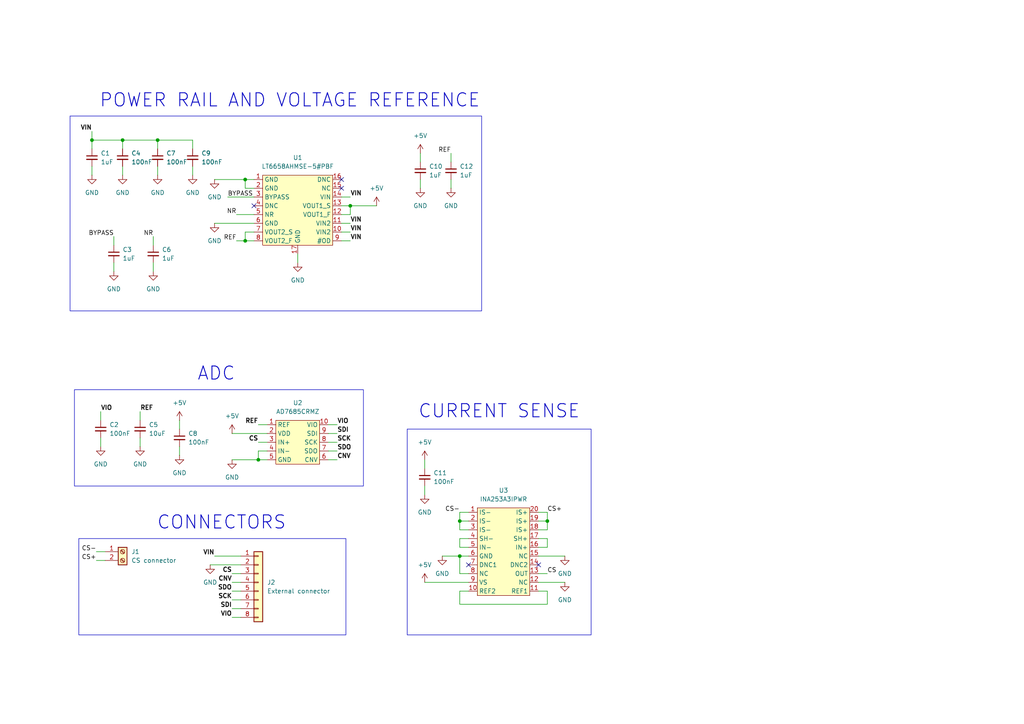
<source format=kicad_sch>
(kicad_sch (version 20231120) (generator "eeschema") (generator_version "8.0")
  (paper "A4")
  (lib_symbols
    (symbol "0_servo:AD7685CRMZ"
      (property "Reference" "U" (at -0.254 11.684 0))
      (property "Value" "AD7685CRMZ" (at 0 8.89 0))
      (symbol "AD7685CRMZ_1_1"
        (rectangle (start -6.35 6.35) (end 6.35 -6.35) (fill (type background)))
        (pin input line (at -8.89 5.08 0) (length 2.54) (name "REF") (number "1"))
        (pin power_in line (at 8.89 5.08 180) (length 2.54) (name "VIO") (number "10"))
        (pin power_in line (at -8.89 2.54 0) (length 2.54) (name "VDD") (number "2"))
        (pin input line (at -8.89 0 0) (length 2.54) (name "IN+") (number "3"))
        (pin input line (at -8.89 -2.54 0) (length 2.54) (name "IN-") (number "4"))
        (pin power_in line (at -8.89 -5.08 0) (length 2.54) (name "GND") (number "5"))
        (pin input line (at 8.89 -5.08 180) (length 2.54) (name "CNV") (number "6"))
        (pin output line (at 8.89 -2.54 180) (length 2.54) (name "SDO") (number "7"))
        (pin input line (at 8.89 0 180) (length 2.54) (name "SCK") (number "8"))
        (pin input line (at 8.89 2.54 180) (length 2.54) (name "SDI") (number "9"))
      )
    )
    (symbol "0_servo:INA253A3IPWR"
      (property "Reference" "U" (at 0 17.78 0))
      (property "Value" "INA253A3IPWR" (at 0 14.986 0))
      (symbol "INA253A3IPWR_1_1"
        (rectangle (start -7.62 12.7) (end 7.62 -12.7) (fill (type background)))
        (pin input line (at -10.16 11.43 0) (length 2.54) (name "IS-") (number "1"))
        (pin input line (at -10.16 -11.43 0) (length 2.54) (name "REF2") (number "10"))
        (pin input line (at 10.16 -11.43 180) (length 2.54) (name "REF1") (number "11"))
        (pin input line (at 10.16 -8.89 180) (length 2.54) (name "NC") (number "12"))
        (pin output line (at 10.16 -6.35 180) (length 2.54) (name "OUT") (number "13"))
        (pin input line (at 10.16 -3.81 180) (length 2.54) (name "DNC2") (number "14"))
        (pin input line (at 10.16 -1.27 180) (length 2.54) (name "NC") (number "15"))
        (pin input line (at 10.16 1.27 180) (length 2.54) (name "IN+") (number "16"))
        (pin output line (at 10.16 3.81 180) (length 2.54) (name "SH+") (number "17"))
        (pin input line (at 10.16 6.35 180) (length 2.54) (name "IS+") (number "18"))
        (pin input line (at 10.16 8.89 180) (length 2.54) (name "IS+") (number "19"))
        (pin input line (at -10.16 8.89 0) (length 2.54) (name "IS-") (number "2"))
        (pin input line (at 10.16 11.43 180) (length 2.54) (name "IS+") (number "20"))
        (pin input line (at -10.16 6.35 0) (length 2.54) (name "IS-") (number "3"))
        (pin output line (at -10.16 3.81 0) (length 2.54) (name "SH-") (number "4"))
        (pin input line (at -10.16 1.27 0) (length 2.54) (name "IN-") (number "5"))
        (pin power_in line (at -10.16 -1.27 0) (length 2.54) (name "GND") (number "6"))
        (pin input line (at -10.16 -3.81 0) (length 2.54) (name "DNC1") (number "7"))
        (pin input line (at -10.16 -6.35 0) (length 2.54) (name "NC") (number "8"))
        (pin power_in line (at -10.16 -8.89 0) (length 2.54) (name "VS") (number "9"))
      )
    )
    (symbol "0_servo:LT6658AHMSE-5#PBF"
      (property "Reference" "U" (at 0 17.526 0))
      (property "Value" "LT6658AHMSE-5#PBF" (at 0 15.24 0))
      (symbol "LT6658AHMSE-5#PBF_1_1"
        (rectangle (start -10.16 10.16) (end 10.16 -10.16) (fill (type background)))
        (pin power_in line (at -12.7 8.89 0) (length 2.54) (name "GND") (number "1"))
        (pin power_in line (at 12.7 -6.35 180) (length 2.54) (name "VIN2") (number "10"))
        (pin power_in line (at 12.7 -3.81 180) (length 2.54) (name "VIN2") (number "11"))
        (pin power_in line (at 12.7 -1.27 180) (length 2.54) (name "VOUT1_F") (number "12"))
        (pin power_in line (at 12.7 1.27 180) (length 2.54) (name "VOUT1_S") (number "13"))
        (pin power_in line (at 12.7 3.81 180) (length 2.54) (name "VIN") (number "14"))
        (pin input line (at 12.7 6.35 180) (length 2.54) (name "NC") (number "15"))
        (pin input line (at 12.7 8.89 180) (length 2.54) (name "DNC") (number "16"))
        (pin power_in line (at 0 -12.7 90) (length 2.54) (name "GND") (number "17"))
        (pin power_in line (at -12.7 6.35 0) (length 2.54) (name "GND") (number "2"))
        (pin input line (at -12.7 3.81 0) (length 2.54) (name "BYPASS") (number "3"))
        (pin input line (at -12.7 1.27 0) (length 2.54) (name "DNC") (number "4"))
        (pin input line (at -12.7 -1.27 0) (length 2.54) (name "NR") (number "5"))
        (pin power_in line (at -12.7 -3.81 0) (length 2.54) (name "GND") (number "6"))
        (pin power_in line (at -12.7 -6.35 0) (length 2.54) (name "VOUT2_S") (number "7"))
        (pin power_in line (at -12.7 -8.89 0) (length 2.54) (name "VOUT2_F") (number "8"))
        (pin input line (at 12.7 -8.89 180) (length 2.54) (name "#OD") (number "9"))
      )
    )
    (symbol "Connector:Screw_Terminal_01x02" (pin_names (offset 1.016) hide)
      (property "Reference" "J" (at 0 2.54 0))
      (property "Value" "Screw_Terminal_01x02" (at 0 -5.08 0))
      (symbol "Screw_Terminal_01x02_1_1"
        (rectangle (start -1.27 1.27) (end 1.27 -3.81) (stroke (width 0.254)) (fill (type background)))
        (circle (center 0 -2.54) (radius 0.635) (stroke (width 0.1524)))
        (polyline (pts (xy -0.5334 -2.2098) (xy 0.3302 -3.048)) (stroke (width 0.1524)))
        (polyline (pts (xy -0.5334 0.3302) (xy 0.3302 -0.508)) (stroke (width 0.1524)))
        (polyline (pts (xy -0.3556 -2.032) (xy 0.508 -2.8702)) (stroke (width 0.1524)))
        (polyline (pts (xy -0.3556 0.508) (xy 0.508 -0.3302)) (stroke (width 0.1524)))
        (circle (center 0 0) (radius 0.635) (stroke (width 0.1524)))
        (pin passive line (at -5.08 0 0) (length 3.81) (name "Pin_1") (number "1"))
        (pin passive line (at -5.08 -2.54 0) (length 3.81) (name "Pin_2") (number "2"))
      )
    )
    (symbol "Connector_Generic:Conn_01x08" (pin_names (offset 1.016) hide)
      (property "Reference" "J" (at 0 10.16 0))
      (property "Value" "Conn_01x08" (at 0 -12.7 0))
      (symbol "Conn_01x08_1_1"
        (rectangle (start -1.27 -10.033) (end 0 -10.287) (stroke (width 0.1524)))
        (rectangle (start -1.27 -7.493) (end 0 -7.747) (stroke (width 0.1524)))
        (rectangle (start -1.27 -4.953) (end 0 -5.207) (stroke (width 0.1524)))
        (rectangle (start -1.27 -2.413) (end 0 -2.667) (stroke (width 0.1524)))
        (rectangle (start -1.27 0.127) (end 0 -0.127) (stroke (width 0.1524)))
        (rectangle (start -1.27 2.667) (end 0 2.413) (stroke (width 0.1524)))
        (rectangle (start -1.27 5.207) (end 0 4.953) (stroke (width 0.1524)))
        (rectangle (start -1.27 7.747) (end 0 7.493) (stroke (width 0.1524)))
        (rectangle (start -1.27 8.89) (end 1.27 -11.43) (stroke (width 0.254)) (fill (type background)))
        (pin passive line (at -5.08 7.62 0) (length 3.81) (name "Pin_1") (number "1"))
        (pin passive line (at -5.08 5.08 0) (length 3.81) (name "Pin_2") (number "2"))
        (pin passive line (at -5.08 2.54 0) (length 3.81) (name "Pin_3") (number "3"))
        (pin passive line (at -5.08 0 0) (length 3.81) (name "Pin_4") (number "4"))
        (pin passive line (at -5.08 -2.54 0) (length 3.81) (name "Pin_5") (number "5"))
        (pin passive line (at -5.08 -5.08 0) (length 3.81) (name "Pin_6") (number "6"))
        (pin passive line (at -5.08 -7.62 0) (length 3.81) (name "Pin_7") (number "7"))
        (pin passive line (at -5.08 -10.16 0) (length 3.81) (name "Pin_8") (number "8"))
      )
    )
    (symbol "Device:C_Small" (pin_numbers hide) (pin_names (offset 0.254) hide)
      (property "Reference" "C" (at 0.254 1.778 0))
      (property "Value" "C_Small" (at 0.254 -2.032 0))
      (symbol "C_Small_0_1"
        (polyline (pts (xy -1.524 -0.508) (xy 1.524 -0.508)) (stroke (width 0.3302)))
        (polyline (pts (xy -1.524 0.508) (xy 1.524 0.508)) (stroke (width 0.3048)))
      )
      (symbol "C_Small_1_1"
        (pin passive line (at 0 2.54 270) (length 2.032) (name "~") (number "1"))
        (pin passive line (at 0 -2.54 90) (length 2.032) (name "~") (number "2"))
      )
    )
    (symbol "power:+5V" (power) (pin_numbers hide) (pin_names (offset 0) hide)
      (property "Value" "+5V" (at 0 3.556 0))
      (symbol "+5V_0_1"
        (polyline (pts (xy -0.762 1.27) (xy 0 2.54)))
        (polyline (pts (xy 0 0) (xy 0 2.54)))
        (polyline (pts (xy 0 2.54) (xy 0.762 1.27)))
      )
      (symbol "+5V_1_1"
        (pin power_in line (at 0 0 90) (length 0) (name "~") (number "1"))
      )
    )
    (symbol "power:GND" (power) (pin_numbers hide) (pin_names (offset 0) hide)
      (property "Value" "GND" (at 0 -3.81 0))
      (symbol "GND_0_1"
        (polyline (pts (xy 0 0) (xy 0 -1.27) (xy 1.27 -1.27) (xy 0 -2.54) (xy -1.27 -1.27) (xy 0 -1.27)))
      )
      (symbol "GND_1_1"
        (pin power_in line (at 0 0 270) (length 0) (name "~") (number "1"))
      )
    )
  )
  (junction (at 71.12 69.85))
  (junction (at 74.93 133.35))
  (junction (at 158.75 151.13))
  (junction (at 35.56 40.64))
  (junction (at 26.67 40.64))
  (junction (at 71.12 52.07))
  (junction (at 101.6 59.69))
  (junction (at 133.35 151.13))
  (junction (at 133.35 161.29))
  (junction (at 45.72 40.64))
  (no_connect (at 99.06 54.61))
  (no_connect (at 156.21 163.83))
  (no_connect (at 135.89 163.83))
  (no_connect (at 73.66 59.69))
  (no_connect (at 99.06 52.07))
  (wire (pts (xy 33.02 68.58) (xy 33.02 71.12)))
  (wire (pts (xy 130.81 52.07) (xy 130.81 54.61)))
  (wire (pts (xy 133.35 161.29) (xy 135.89 161.29)))
  (wire (pts (xy 74.93 130.81) (xy 74.93 133.35)))
  (wire (pts (xy 123.19 140.97) (xy 123.19 143.51)))
  (wire (pts (xy 60.96 163.83) (xy 69.85 163.83)))
  (wire (pts (xy 101.6 59.69) (xy 109.22 59.69)))
  (wire (pts (xy 40.64 127) (xy 40.64 129.54)))
  (wire (pts (xy 67.31 133.35) (xy 74.93 133.35)))
  (wire (pts (xy 133.35 158.75) (xy 135.89 158.75)))
  (wire (pts (xy 40.64 119.38) (xy 40.64 121.92)))
  (wire (pts (xy 68.58 62.23) (xy 73.66 62.23)))
  (wire (pts (xy 26.67 40.64) (xy 35.56 40.64)))
  (wire (pts (xy 121.92 44.45) (xy 121.92 46.99)))
  (wire (pts (xy 130.81 44.45) (xy 130.81 46.99)))
  (wire (pts (xy 67.31 171.45) (xy 69.85 171.45)))
  (wire (pts (xy 71.12 69.85) (xy 73.66 69.85)))
  (wire (pts (xy 35.56 40.64) (xy 45.72 40.64)))
  (wire (pts (xy 133.35 153.67) (xy 133.35 151.13)))
  (wire (pts (xy 95.25 130.81) (xy 97.79 130.81)))
  (wire (pts (xy 95.25 125.73) (xy 97.79 125.73)))
  (wire (pts (xy 99.06 67.31) (xy 101.6 67.31)))
  (wire (pts (xy 74.93 133.35) (xy 77.47 133.35)))
  (wire (pts (xy 99.06 69.85) (xy 101.6 69.85)))
  (wire (pts (xy 133.35 171.45) (xy 133.35 175.26)))
  (wire (pts (xy 156.21 153.67) (xy 158.75 153.67)))
  (wire (pts (xy 133.35 148.59) (xy 133.35 151.13)))
  (wire (pts (xy 73.66 54.61) (xy 71.12 54.61)))
  (wire (pts (xy 74.93 123.19) (xy 77.47 123.19)))
  (wire (pts (xy 71.12 67.31) (xy 73.66 67.31)))
  (wire (pts (xy 135.89 153.67) (xy 133.35 153.67)))
  (wire (pts (xy 156.21 148.59) (xy 158.75 148.59)))
  (wire (pts (xy 45.72 48.26) (xy 45.72 50.8)))
  (wire (pts (xy 44.45 68.58) (xy 44.45 71.12)))
  (wire (pts (xy 158.75 171.45) (xy 156.21 171.45)))
  (wire (pts (xy 62.23 161.29) (xy 69.85 161.29)))
  (wire (pts (xy 67.31 166.37) (xy 69.85 166.37)))
  (wire (pts (xy 156.21 168.91) (xy 163.83 168.91)))
  (wire (pts (xy 95.25 128.27) (xy 97.79 128.27)))
  (wire (pts (xy 71.12 54.61) (xy 71.12 52.07)))
  (wire (pts (xy 33.02 76.2) (xy 33.02 78.74)))
  (wire (pts (xy 158.75 151.13) (xy 158.75 148.59)))
  (wire (pts (xy 74.93 128.27) (xy 77.47 128.27)))
  (wire (pts (xy 99.06 62.23) (xy 101.6 62.23)))
  (wire (pts (xy 99.06 57.15) (xy 101.6 57.15)))
  (wire (pts (xy 128.27 161.29) (xy 133.35 161.29)))
  (wire (pts (xy 99.06 59.69) (xy 101.6 59.69)))
  (wire (pts (xy 123.19 168.91) (xy 135.89 168.91)))
  (wire (pts (xy 121.92 52.07) (xy 121.92 54.61)))
  (wire (pts (xy 67.31 125.73) (xy 77.47 125.73)))
  (wire (pts (xy 158.75 175.26) (xy 158.75 171.45)))
  (wire (pts (xy 86.36 73.66) (xy 86.36 76.2)))
  (wire (pts (xy 133.35 156.21) (xy 133.35 158.75)))
  (wire (pts (xy 133.35 166.37) (xy 133.35 161.29)))
  (wire (pts (xy 30.48 162.56) (xy 27.94 162.56)))
  (wire (pts (xy 67.31 168.91) (xy 69.85 168.91)))
  (wire (pts (xy 35.56 48.26) (xy 35.56 50.8)))
  (wire (pts (xy 95.25 123.19) (xy 97.79 123.19)))
  (wire (pts (xy 95.25 133.35) (xy 97.79 133.35)))
  (wire (pts (xy 71.12 67.31) (xy 71.12 69.85)))
  (wire (pts (xy 29.21 127) (xy 29.21 129.54)))
  (wire (pts (xy 52.07 129.54) (xy 52.07 132.08)))
  (wire (pts (xy 135.89 171.45) (xy 133.35 171.45)))
  (wire (pts (xy 26.67 48.26) (xy 26.67 50.8)))
  (wire (pts (xy 29.21 119.38) (xy 29.21 121.92)))
  (wire (pts (xy 71.12 52.07) (xy 73.66 52.07)))
  (wire (pts (xy 156.21 156.21) (xy 158.75 156.21)))
  (wire (pts (xy 62.23 64.77) (xy 73.66 64.77)))
  (wire (pts (xy 55.88 43.18) (xy 55.88 40.64)))
  (wire (pts (xy 62.23 52.07) (xy 71.12 52.07)))
  (wire (pts (xy 123.19 133.35) (xy 123.19 135.89)))
  (wire (pts (xy 26.67 38.1) (xy 26.67 40.64)))
  (wire (pts (xy 44.45 76.2) (xy 44.45 78.74)))
  (wire (pts (xy 67.31 176.53) (xy 69.85 176.53)))
  (wire (pts (xy 156.21 166.37) (xy 158.75 166.37)))
  (wire (pts (xy 67.31 173.99) (xy 69.85 173.99)))
  (wire (pts (xy 135.89 166.37) (xy 133.35 166.37)))
  (wire (pts (xy 52.07 121.92) (xy 52.07 124.46)))
  (wire (pts (xy 156.21 158.75) (xy 158.75 158.75)))
  (wire (pts (xy 68.58 69.85) (xy 71.12 69.85)))
  (wire (pts (xy 45.72 40.64) (xy 45.72 43.18)))
  (wire (pts (xy 35.56 43.18) (xy 35.56 40.64)))
  (wire (pts (xy 158.75 153.67) (xy 158.75 151.13)))
  (wire (pts (xy 27.94 160.02) (xy 30.48 160.02)))
  (wire (pts (xy 158.75 156.21) (xy 158.75 158.75)))
  (wire (pts (xy 156.21 161.29) (xy 163.83 161.29)))
  (wire (pts (xy 156.21 151.13) (xy 158.75 151.13)))
  (wire (pts (xy 26.67 40.64) (xy 26.67 43.18)))
  (wire (pts (xy 99.06 64.77) (xy 101.6 64.77)))
  (wire (pts (xy 101.6 62.23) (xy 101.6 59.69)))
  (wire (pts (xy 135.89 156.21) (xy 133.35 156.21)))
  (wire (pts (xy 66.04 57.15) (xy 73.66 57.15)))
  (wire (pts (xy 133.35 175.26) (xy 158.75 175.26)))
  (wire (pts (xy 133.35 151.13) (xy 135.89 151.13)))
  (wire (pts (xy 67.31 179.07) (xy 69.85 179.07)))
  (wire (pts (xy 77.47 130.81) (xy 74.93 130.81)))
  (wire (pts (xy 133.35 148.59) (xy 135.89 148.59)))
  (wire (pts (xy 55.88 48.26) (xy 55.88 50.8)))
  (wire (pts (xy 45.72 40.64) (xy 55.88 40.64)))
  (rectangle (start 118.11 124.46) (end 171.45 184.15))
  (rectangle (start 22.86 156.21) (end 100.33 184.15))
  (rectangle (start 21.59 113.03) (end 105.41 140.97))
  (rectangle (start 20.32 33.655) (end 139.7 90.17))
  (text "CURRENT SENSE" (at 144.78 119.38 0) (effects (font (size 3.81 3.81) (thickness 0.254) (bold yes))))
  (text "POWER RAIL AND VOLTAGE REFERENCE" (at 84.074 29.21 0) (effects (font (size 3.81 3.81) (thickness 0.254) (bold yes))))
  (text "CONNECTORS" (at 64.262 151.638 0) (effects (font (size 3.81 3.81) (thickness 0.254) (bold yes))))
  (text "ADC" (at 62.738 108.458 0) (effects (font (size 3.81 3.81) (thickness 0.254) (bold yes))))
  (label "SCK" (at 67.31 173.99 180) (effects (font (thickness 0.254) (bold yes))))
  (label "CS" (at 67.31 166.37 180) (effects (font (thickness 0.254) (bold yes))))
  (label "CS" (at 158.75 166.37 0))
  (label "VIN" (at 62.23 161.29 180) (effects (font (thickness 0.254) (bold yes))))
  (label "CNV" (at 97.79 133.35 0) (effects (font (thickness 0.254) (bold yes))))
  (label "REF" (at 68.58 69.85 180))
  (label "SDO" (at 97.79 130.81 0) (effects (font (thickness 0.254) (bold yes))))
  (label "VIO" (at 67.31 179.07 180) (effects (font (thickness 0.254) (bold yes))))
  (label "CS" (at 74.93 128.27 180) (effects (font (thickness 0.254) (bold yes))))
  (label "VIN" (at 101.6 57.15 0) (effects (font (thickness 0.254) (bold yes))))
  (label "REF" (at 74.93 123.19 180) (effects (font (thickness 0.254) (bold yes))))
  (label "NR" (at 68.58 62.23 180))
  (label "CS+" (at 158.75 148.59 0))
  (label "REF" (at 40.64 119.38 0) (effects (font (thickness 0.254) (bold yes))))
  (label "SCK" (at 97.79 128.27 0) (effects (font (thickness 0.254) (bold yes))))
  (label "VIN" (at 26.67 38.1 180) (effects (font (thickness 0.254) (bold yes))))
  (label "BYPASS" (at 33.02 68.58 180))
  (label "VIO" (at 97.79 123.19 0) (effects (font (thickness 0.254) (bold yes))))
  (label "VIN" (at 101.6 67.31 0) (effects (font (thickness 0.254) (bold yes))))
  (label "BYPASS" (at 66.04 57.15 0))
  (label "CS-" (at 133.35 148.59 180))
  (label "SDI" (at 97.79 125.73 0) (effects (font (thickness 0.254) (bold yes))))
  (label "CS-" (at 27.94 160.02 180))
  (label "CS+" (at 27.94 162.56 180))
  (label "SDI" (at 67.31 176.53 180) (effects (font (thickness 0.254) (bold yes))))
  (label "VIN" (at 101.6 69.85 0) (effects (font (thickness 0.254) (bold yes))))
  (label "SDO" (at 67.31 171.45 180) (effects (font (thickness 0.254) (bold yes))))
  (label "VIN" (at 101.6 64.77 0) (effects (font (thickness 0.254) (bold yes))))
  (label "CNV" (at 67.31 168.91 180) (effects (font (thickness 0.254) (bold yes))))
  (label "REF" (at 130.81 44.45 180))
  (label "NR" (at 44.45 68.58 180))
  (label "VIO" (at 29.21 119.38 0) (effects (font (thickness 0.254) (bold yes))))
  (symbol (lib_id "Device:C_Small") (at 26.67 45.72 0) (unit 1)
    (property "Reference" "C1" (at 29.21 44.4562 0) (effects (justify left)))
    (property "Value" "1uF" (at 29.21 46.9962 0) (effects (justify left)))
    (property "Footprint" "Capacitor_SMD:C_1206_3216Metric_Pad1.33x1.80mm_HandSolder" (effects (hide yes)))
    (property "Datasheet" "https://eu.mouser.com/datasheet/2/281/1/GCM31MR71H105JA55_01A-3146123.pdf" (effects (hide yes)))
    (property "Description" "Murata 1206 1uF 5% 50V X7R" (effects (hide yes)))
  )
  (symbol (lib_id "power:GND") (at 55.88 50.8 0) (unit 1)
    (property "Reference" "#PWR010" (effects (hide yes)))
    (property "Value" "GND" (at 55.88 55.88 0))
    (property "Description" "Power symbol creates a global label with name \"GND\" , ground" (effects (hide yes)))
  )
  (symbol (lib_id "power:GND") (at 121.92 54.61 0) (unit 1)
    (property "Reference" "#PWR019" (effects (hide yes)))
    (property "Value" "GND" (at 121.92 59.69 0))
    (property "Description" "Power symbol creates a global label with name \"GND\" , ground" (effects (hide yes)))
  )
  (symbol (lib_id "Connector:Screw_Terminal_01x02") (at 35.56 160.02 0) (unit 1)
    (property "Reference" "J1" (at 38.1 160.0199 0) (effects (justify left)))
    (property "Value" "CS connector" (at 38.1 162.5599 0) (effects (justify left)))
    (property "Footprint" "Connector_PinHeader_2.54mm:PinHeader_1x02_P2.54mm_Vertical" (effects (hide yes)))
    (property "Description" "Generic screw terminal, single row, 01x02, script generated (kicad-library-utils/schlib/autogen/connector/)" (effects (hide yes)))
  )
  (symbol (lib_id "0_servo:INA253A3IPWR") (at 146.05 160.02 0) (unit 1)
    (property "Reference" "U3" (at 146.05 142.24 0))
    (property "Value" "INA253A3IPWR" (at 146.05 144.78 0))
    (property "Footprint" "Package_SO:TSSOP-20_4.4x6.5mm_P0.65mm" (effects (hide yes)))
    (property "Datasheet" "https://www.ti.com/lit/ds/symlink/ina253.pdf?ts=1737241501672&ref_url=https%253A%252F%252Fwww.ti.com%252Fproduct%252FINA253" (effects (hide yes)))
    (property "Description" "Current sense amplifier" (effects (hide yes)))
  )
  (symbol (lib_id "power:+5V") (at 121.92 44.45 0) (unit 1)
    (property "Reference" "#PWR018" (effects (hide yes)))
    (property "Value" "+5V" (at 121.92 39.37 0))
    (property "Description" "Power symbol creates a global label with name \"+5V\"" (effects (hide yes)))
  )
  (symbol (lib_id "Device:C_Small") (at 44.45 73.66 0) (unit 1)
    (property "Reference" "C6" (at 46.99 72.3962 0) (effects (justify left)))
    (property "Value" "1uF" (at 46.99 74.9362 0) (effects (justify left)))
    (property "Footprint" "Capacitor_SMD:C_0805_2012Metric_Pad1.18x1.45mm_HandSolder" (effects (hide yes)))
    (property "Datasheet" "https://eu.mouser.com/datasheet/2/281/GJ821BR71H105KA12-01-1633769.pdf" (effects (hide yes)))
    (property "Description" "Murata 0805 1uF 10% 50V X7R" (effects (hide yes)))
  )
  (symbol (lib_id "power:GND") (at 33.02 78.74 0) (unit 1)
    (property "Reference" "#PWR03" (effects (hide yes)))
    (property "Value" "GND" (at 33.02 83.82 0))
    (property "Description" "Power symbol creates a global label with name \"GND\" , ground" (effects (hide yes)))
  )
  (symbol (lib_id "Device:C_Small") (at 45.72 45.72 0) (unit 1)
    (property "Reference" "C7" (at 48.26 44.4562 0) (effects (justify left)))
    (property "Value" "100nF" (at 48.26 46.9962 0) (effects (justify left)))
    (property "Footprint" "Capacitor_SMD:C_0805_2012Metric_Pad1.18x1.45mm_HandSolder" (effects (hide yes)))
    (property "Datasheet" "https://eu.mouser.com/datasheet/2/281/1/GRT21BR71H104KE01_01A-3158349.pdf" (effects (hide yes)))
    (property "Description" "Murata 0805 100nF 10% 50V X7R" (effects (hide yes)))
  )
  (symbol (lib_id "power:+5V") (at 109.22 59.69 0) (unit 1)
    (property "Reference" "#PWR017" (effects (hide yes)))
    (property "Value" "+5V" (at 109.22 54.61 0))
    (property "Description" "Power symbol creates a global label with name \"+5V\"" (effects (hide yes)))
  )
  (symbol (lib_id "0_servo:AD7685CRMZ") (at 86.36 128.27 0) (unit 1)
    (property "Reference" "U2" (at 86.36 116.84 0))
    (property "Value" "AD7685CRMZ" (at 86.36 119.38 0))
    (property "Footprint" "Package_SO:MSOP-10_3x3mm_P0.5mm" (effects (hide yes)))
    (property "Datasheet" "https://www.analog.com/media/en/technical-documentation/data-sheets/AD7685.pdf" (effects (hide yes)))
    (property "Description" "16 bit single channel single ended ADC" (effects (hide yes)))
  )
  (symbol (lib_id "0_servo:LT6658AHMSE-5#PBF") (at 86.36 60.96 0) (unit 1)
    (property "Reference" "U1" (at 86.36 45.72 0))
    (property "Value" "LT6658AHMSE-5#PBF" (at 86.36 48.26 0))
    (property "Footprint" "Package_SO:MSOP-16-1EP_3x4.039mm_P0.5mm_EP1.651x2.845mm" (effects (hide yes)))
    (property "Datasheet" "https://eu.mouser.com/datasheet/2/609/LT6658-1504277.pdf" (effects (hide yes)))
    (property "Description" "LDO and precision voltage refence PMIC (5V)" (effects (hide yes)))
  )
  (symbol (lib_id "power:GND") (at 163.83 168.91 0) (unit 1)
    (property "Reference" "#PWR026" (effects (hide yes)))
    (property "Value" "GND" (at 163.83 173.99 0))
    (property "Description" "Power symbol creates a global label with name \"GND\" , ground" (effects (hide yes)))
  )
  (symbol (lib_id "power:GND") (at 67.31 133.35 0) (unit 1)
    (property "Reference" "#PWR015" (effects (hide yes)))
    (property "Value" "GND" (at 67.31 138.43 0))
    (property "Description" "Power symbol creates a global label with name \"GND\" , ground" (effects (hide yes)))
  )
  (symbol (lib_id "Device:C_Small") (at 29.21 124.46 0) (unit 1)
    (property "Reference" "C2" (at 31.75 123.1962 0) (effects (justify left)))
    (property "Value" "100nF" (at 31.75 125.7362 0) (effects (justify left)))
    (property "Footprint" "Capacitor_SMD:C_0805_2012Metric_Pad1.18x1.45mm_HandSolder" (effects (hide yes)))
    (property "Datasheet" "https://eu.mouser.com/datasheet/2/281/1/GCM21BR71E104JA37_01A-3145563.pdf" (effects (hide yes)))
    (property "Description" "Murata 0805 100nF 5% 25V X7R" (effects (hide yes)))
  )
  (symbol (lib_id "power:GND") (at 60.96 163.83 0) (unit 1)
    (property "Reference" "#PWR011" (effects (hide yes)))
    (property "Value" "GND" (at 60.96 168.91 0))
    (property "Description" "Power symbol creates a global label with name \"GND\" , ground" (effects (hide yes)))
  )
  (symbol (lib_id "power:GND") (at 35.56 50.8 0) (unit 1)
    (property "Reference" "#PWR04" (effects (hide yes)))
    (property "Value" "GND" (at 35.56 55.88 0))
    (property "Description" "Power symbol creates a global label with name \"GND\" , ground" (effects (hide yes)))
  )
  (symbol (lib_id "power:GND") (at 26.67 50.8 0) (unit 1)
    (property "Reference" "#PWR01" (effects (hide yes)))
    (property "Value" "GND" (at 26.67 55.88 0))
    (property "Description" "Power symbol creates a global label with name \"GND\" , ground" (effects (hide yes)))
  )
  (symbol (lib_id "Device:C_Small") (at 55.88 45.72 0) (unit 1)
    (property "Reference" "C9" (at 58.42 44.4562 0) (effects (justify left)))
    (property "Value" "100nF" (at 58.42 46.9962 0) (effects (justify left)))
    (property "Footprint" "Capacitor_SMD:C_0805_2012Metric_Pad1.18x1.45mm_HandSolder" (effects (hide yes)))
    (property "Datasheet" "https://eu.mouser.com/datasheet/2/281/1/GRT21BR71H104KE01_01A-3158349.pdf" (effects (hide yes)))
    (property "Description" "Murata 0805 100nF 10% 50V X7R" (effects (hide yes)))
  )
  (symbol (lib_id "Device:C_Small") (at 121.92 49.53 0) (unit 1)
    (property "Reference" "C10" (at 124.46 48.2662 0) (effects (justify left)))
    (property "Value" "1uF" (at 124.46 50.8062 0) (effects (justify left)))
    (property "Footprint" "Capacitor_SMD:C_0805_2012Metric_Pad1.18x1.45mm_HandSolder" (effects (hide yes)))
    (property "Datasheet" "https://eu.mouser.com/datasheet/2/281/GJ821BR71H105KA12-01-1633769.pdf" (effects (hide yes)))
    (property "Description" "Murata 0805 1uF 10% 50V X7R" (effects (hide yes)))
  )
  (symbol (lib_id "power:GND") (at 29.21 129.54 0) (unit 1)
    (property "Reference" "#PWR02" (effects (hide yes)))
    (property "Value" "GND" (at 29.21 134.62 0))
    (property "Description" "Power symbol creates a global label with name \"GND\" , ground" (effects (hide yes)))
  )
  (symbol (lib_id "power:GND") (at 52.07 132.08 0) (unit 1)
    (property "Reference" "#PWR09" (effects (hide yes)))
    (property "Value" "GND" (at 52.07 137.16 0))
    (property "Description" "Power symbol creates a global label with name \"GND\" , ground" (effects (hide yes)))
  )
  (symbol (lib_id "power:+5V") (at 52.07 121.92 0) (unit 1)
    (property "Reference" "#PWR08" (effects (hide yes)))
    (property "Value" "+5V" (at 52.07 116.84 0))
    (property "Description" "Power symbol creates a global label with name \"+5V\"" (effects (hide yes)))
  )
  (symbol (lib_id "power:+5V") (at 123.19 133.35 0) (unit 1)
    (property "Reference" "#PWR020" (effects (hide yes)))
    (property "Value" "+5V" (at 123.19 128.27 0))
    (property "Description" "Power symbol creates a global label with name \"+5V\"" (effects (hide yes)))
  )
  (symbol (lib_id "Device:C_Small") (at 123.19 138.43 0) (unit 1)
    (property "Reference" "C11" (at 125.73 137.1662 0) (effects (justify left)))
    (property "Value" "100nF" (at 125.73 139.7062 0) (effects (justify left)))
    (property "Footprint" "Capacitor_SMD:C_0805_2012Metric_Pad1.18x1.45mm_HandSolder" (effects (hide yes)))
    (property "Datasheet" "https://eu.mouser.com/datasheet/2/281/1/GCM21BR71E104JA37_01A-3145563.pdf" (effects (hide yes)))
    (property "Description" "Murata 0805 100nF 5% 25V X7R" (effects (hide yes)))
  )
  (symbol (lib_id "power:GND") (at 44.45 78.74 0) (unit 1)
    (property "Reference" "#PWR06" (effects (hide yes)))
    (property "Value" "GND" (at 44.45 83.82 0))
    (property "Description" "Power symbol creates a global label with name \"GND\" , ground" (effects (hide yes)))
  )
  (symbol (lib_id "Device:C_Small") (at 40.64 124.46 0) (unit 1)
    (property "Reference" "C5" (at 43.18 123.1962 0) (effects (justify left)))
    (property "Value" "10uF" (at 43.18 125.7362 0) (effects (justify left)))
    (property "Footprint" "Capacitor_SMD:C_0805_2012Metric_Pad1.18x1.45mm_HandSolder" (effects (hide yes)))
    (property "Datasheet" "https://eu.mouser.com/datasheet/2/281/1/GRT21BR61E106KE13_01A-3158560.pdf" (effects (hide yes)))
    (property "Description" "Murata 0805 10uF 10% 25V X5R" (effects (hide yes)))
  )
  (symbol (lib_id "power:GND") (at 130.81 54.61 0) (unit 1)
    (property "Reference" "#PWR024" (effects (hide yes)))
    (property "Value" "GND" (at 130.81 59.69 0))
    (property "Description" "Power symbol creates a global label with name \"GND\" , ground" (effects (hide yes)))
  )
  (symbol (lib_id "power:GND") (at 123.19 143.51 0) (unit 1)
    (property "Reference" "#PWR021" (effects (hide yes)))
    (property "Value" "GND" (at 123.19 148.59 0))
    (property "Description" "Power symbol creates a global label with name \"GND\" , ground" (effects (hide yes)))
  )
  (symbol (lib_id "Connector_Generic:Conn_01x08") (at 74.93 168.91 0) (unit 1)
    (property "Reference" "J2" (at 77.47 168.9099 0) (effects (justify left)))
    (property "Value" "External connector" (at 77.47 171.4499 0) (effects (justify left)))
    (property "Footprint" "Connector_PinHeader_2.54mm:PinHeader_1x08_P2.54mm_Vertical" (effects (hide yes)))
    (property "Description" "Generic connector, single row, 01x08, script generated (kicad-library-utils/schlib/autogen/connector/)" (effects (hide yes)))
  )
  (symbol (lib_id "power:GND") (at 128.27 161.29 0) (unit 1)
    (property "Reference" "#PWR023" (effects (hide yes)))
    (property "Value" "GND" (at 128.27 166.37 0))
    (property "Description" "Power symbol creates a global label with name \"GND\" , ground" (effects (hide yes)))
  )
  (symbol (lib_id "power:GND") (at 62.23 64.77 0) (unit 1)
    (property "Reference" "#PWR013" (effects (hide yes)))
    (property "Value" "GND" (at 62.23 69.85 0))
    (property "Description" "Power symbol creates a global label with name \"GND\" , ground" (effects (hide yes)))
  )
  (symbol (lib_id "power:GND") (at 163.83 161.29 0) (unit 1)
    (property "Reference" "#PWR025" (effects (hide yes)))
    (property "Value" "GND" (at 163.83 166.37 0))
    (property "Description" "Power symbol creates a global label with name \"GND\" , ground" (effects (hide yes)))
  )
  (symbol (lib_id "Device:C_Small") (at 52.07 127 0) (unit 1)
    (property "Reference" "C8" (at 54.61 125.7362 0) (effects (justify left)))
    (property "Value" "100nF" (at 54.61 128.2762 0) (effects (justify left)))
    (property "Footprint" "Capacitor_SMD:C_0805_2012Metric_Pad1.18x1.45mm_HandSolder" (effects (hide yes)))
    (property "Datasheet" "https://eu.mouser.com/datasheet/2/281/1/GCM21BR71E104JA37_01A-3145563.pdf" (effects (hide yes)))
    (property "Description" "Murata 0805 100nF 5% 25V X7R" (effects (hide yes)))
  )
  (symbol (lib_id "Device:C_Small") (at 35.56 45.72 0) (unit 1)
    (property "Reference" "C4" (at 38.1 44.4562 0) (effects (justify left)))
    (property "Value" "100nF" (at 38.1 46.9962 0) (effects (justify left)))
    (property "Footprint" "Capacitor_SMD:C_0805_2012Metric_Pad1.18x1.45mm_HandSolder" (effects (hide yes)))
    (property "Datasheet" "https://eu.mouser.com/datasheet/2/281/1/GRT21BR71H104KE01_01A-3158349.pdf" (effects (hide yes)))
    (property "Description" "Murata 0805 100nF 10% 50V X7R" (effects (hide yes)))
  )
  (symbol (lib_id "power:+5V") (at 123.19 168.91 0) (unit 1)
    (property "Reference" "#PWR022" (effects (hide yes)))
    (property "Value" "+5V" (at 123.19 163.83 0))
    (property "Description" "Power symbol creates a global label with name \"+5V\"" (effects (hide yes)))
  )
  (symbol (lib_id "power:GND") (at 62.23 52.07 0) (unit 1)
    (property "Reference" "#PWR012" (effects (hide yes)))
    (property "Value" "GND" (at 62.23 57.15 0))
    (property "Description" "Power symbol creates a global label with name \"GND\" , ground" (effects (hide yes)))
  )
  (symbol (lib_id "power:GND") (at 40.64 129.54 0) (unit 1)
    (property "Reference" "#PWR05" (effects (hide yes)))
    (property "Value" "GND" (at 40.64 134.62 0))
    (property "Description" "Power symbol creates a global label with name \"GND\" , ground" (effects (hide yes)))
  )
  (symbol (lib_id "power:GND") (at 86.36 76.2 0) (unit 1)
    (property "Reference" "#PWR016" (effects (hide yes)))
    (property "Value" "GND" (at 86.36 81.28 0))
    (property "Description" "Power symbol creates a global label with name \"GND\" , ground" (effects (hide yes)))
  )
  (symbol (lib_id "Device:C_Small") (at 130.81 49.53 0) (unit 1)
    (property "Reference" "C12" (at 133.35 48.2662 0) (effects (justify left)))
    (property "Value" "1uF" (at 133.35 50.8062 0) (effects (justify left)))
    (property "Footprint" "Capacitor_SMD:C_0805_2012Metric_Pad1.18x1.45mm_HandSolder" (effects (hide yes)))
    (property "Datasheet" "https://eu.mouser.com/datasheet/2/281/GJ821BR71H105KA12-01-1633769.pdf" (effects (hide yes)))
    (property "Description" "Murata 0805 1uF 10% 50V X7R" (effects (hide yes)))
  )
  (symbol (lib_id "power:GND") (at 45.72 50.8 0) (unit 1)
    (property "Reference" "#PWR07" (effects (hide yes)))
    (property "Value" "GND" (at 45.72 55.88 0))
    (property "Description" "Power symbol creates a global label with name \"GND\" , ground" (effects (hide yes)))
  )
  (symbol (lib_id "Device:C_Small") (at 33.02 73.66 0) (unit 1)
    (property "Reference" "C3" (at 35.56 72.3962 0) (effects (justify left)))
    (property "Value" "1uF" (at 35.56 74.9362 0) (effects (justify left)))
    (property "Footprint" "Capacitor_SMD:C_0805_2012Metric_Pad1.18x1.45mm_HandSolder" (effects (hide yes)))
    (property "Datasheet" "https://eu.mouser.com/datasheet/2/281/GJ821BR71H105KA12-01-1633769.pdf" (effects (hide yes)))
    (property "Description" "Murata 0805 1uF 10% 50V X7R" (effects (hide yes)))
  )
  (symbol (lib_id "power:+5V") (at 67.31 125.73 0) (unit 1)
    (property "Reference" "#PWR014" (effects (hide yes)))
    (property "Value" "+5V" (at 67.31 120.65 0))
    (property "Description" "Power symbol creates a global label with name \"+5V\"" (effects (hide yes)))
  )
)
</source>
